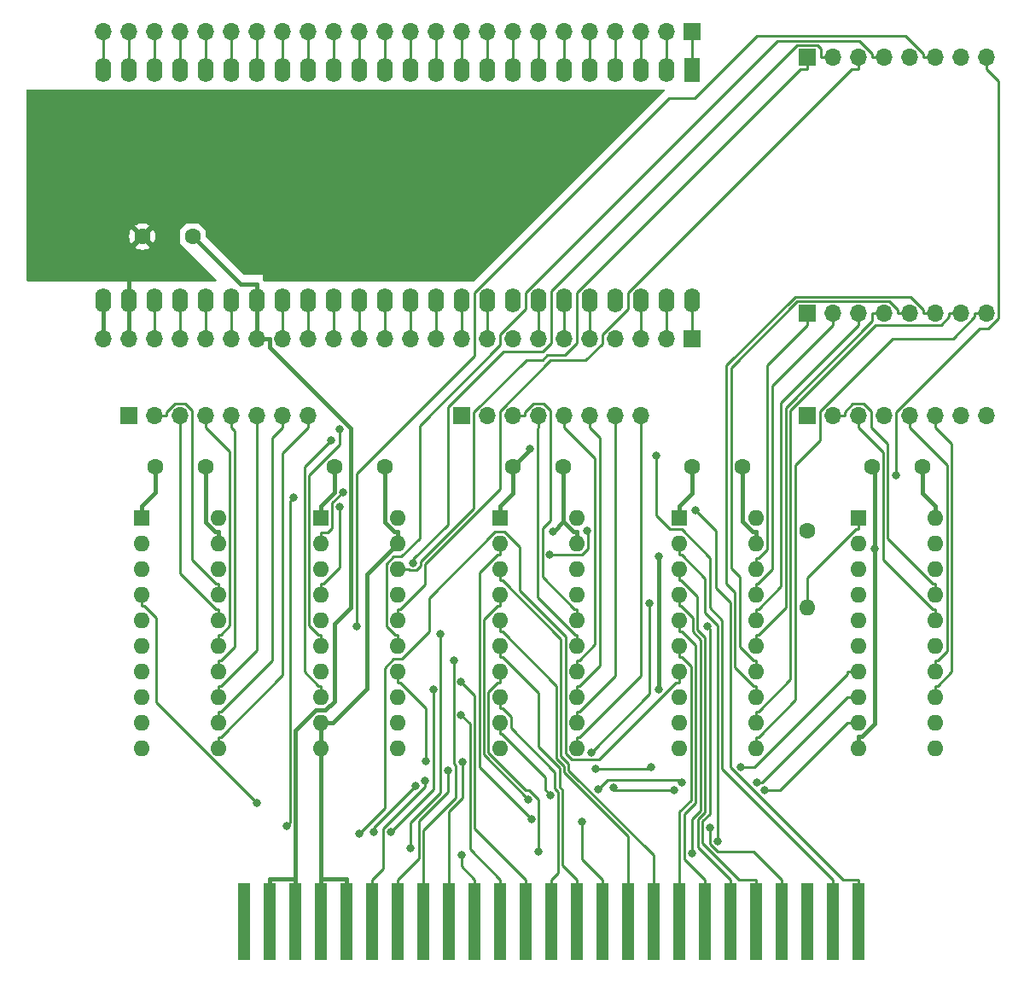
<source format=gbl>
G04 #@! TF.GenerationSoftware,KiCad,Pcbnew,(6.0.9)*
G04 #@! TF.CreationDate,2023-03-08T22:08:06+01:00*
G04 #@! TF.ProjectId,03_Cartucho_MSX_Tang_Nano_9k_Breakout,30335f43-6172-4747-9563-686f5f4d5358,rev?*
G04 #@! TF.SameCoordinates,Original*
G04 #@! TF.FileFunction,Copper,L2,Bot*
G04 #@! TF.FilePolarity,Positive*
%FSLAX46Y46*%
G04 Gerber Fmt 4.6, Leading zero omitted, Abs format (unit mm)*
G04 Created by KiCad (PCBNEW (6.0.9)) date 2023-03-08 22:08:06*
%MOMM*%
%LPD*%
G01*
G04 APERTURE LIST*
G04 #@! TA.AperFunction,ComponentPad*
%ADD10R,1.700000X1.700000*%
G04 #@! TD*
G04 #@! TA.AperFunction,ComponentPad*
%ADD11O,1.700000X1.700000*%
G04 #@! TD*
G04 #@! TA.AperFunction,ComponentPad*
%ADD12C,1.600000*%
G04 #@! TD*
G04 #@! TA.AperFunction,ComponentPad*
%ADD13R,1.600000X1.600000*%
G04 #@! TD*
G04 #@! TA.AperFunction,ComponentPad*
%ADD14O,1.600000X1.600000*%
G04 #@! TD*
G04 #@! TA.AperFunction,SMDPad,CuDef*
%ADD15R,1.270000X7.620000*%
G04 #@! TD*
G04 #@! TA.AperFunction,ComponentPad*
%ADD16R,1.600000X2.400000*%
G04 #@! TD*
G04 #@! TA.AperFunction,ComponentPad*
%ADD17O,1.600000X2.400000*%
G04 #@! TD*
G04 #@! TA.AperFunction,ViaPad*
%ADD18C,0.800000*%
G04 #@! TD*
G04 #@! TA.AperFunction,Conductor*
%ADD19C,0.400000*%
G04 #@! TD*
G04 #@! TA.AperFunction,Conductor*
%ADD20C,0.250000*%
G04 #@! TD*
G04 APERTURE END LIST*
D10*
X125730000Y-81305000D03*
D11*
X123190000Y-81305000D03*
X120650000Y-81305000D03*
X118110000Y-81305000D03*
X115570000Y-81305000D03*
X113030000Y-81305000D03*
X110490000Y-81305000D03*
X107950000Y-81305000D03*
X105410000Y-81305000D03*
X102870000Y-81305000D03*
X100330000Y-81305000D03*
X97790000Y-81305000D03*
X95250000Y-81305000D03*
X92710000Y-81305000D03*
X90170000Y-81305000D03*
X87630000Y-81305000D03*
X85090000Y-81305000D03*
X82550000Y-81305000D03*
X80010000Y-81305000D03*
X77470000Y-81305000D03*
X74930000Y-81305000D03*
X72390000Y-81305000D03*
X69850000Y-81305000D03*
X67310000Y-81305000D03*
D12*
X76200000Y-71120000D03*
X71200000Y-71120000D03*
X148590000Y-93980000D03*
X143590000Y-93980000D03*
X72470000Y-93980000D03*
X77470000Y-93980000D03*
D13*
X71120000Y-99060000D03*
D14*
X71120000Y-101600000D03*
X71120000Y-104140000D03*
X71120000Y-106680000D03*
X71120000Y-109220000D03*
X71120000Y-111760000D03*
X71120000Y-114300000D03*
X71120000Y-116840000D03*
X71120000Y-119380000D03*
X71120000Y-121920000D03*
X78740000Y-121920000D03*
X78740000Y-119380000D03*
X78740000Y-116840000D03*
X78740000Y-114300000D03*
X78740000Y-111760000D03*
X78740000Y-109220000D03*
X78740000Y-106680000D03*
X78740000Y-104140000D03*
X78740000Y-101600000D03*
X78740000Y-99060000D03*
D15*
X142240000Y-139065000D03*
X139700000Y-139065000D03*
X137160000Y-139065000D03*
X134620000Y-139065000D03*
X132080000Y-139065000D03*
X129540000Y-139065000D03*
X127000000Y-139065000D03*
X124460000Y-139065000D03*
X121920000Y-139065000D03*
X119380000Y-139065000D03*
X116840000Y-139065000D03*
X114300000Y-139065000D03*
X111760000Y-139065000D03*
X109220000Y-139065000D03*
X106680000Y-139065000D03*
X104140000Y-139065000D03*
X101600000Y-139065000D03*
X99060000Y-139065000D03*
X96520000Y-139065000D03*
X93980000Y-139065000D03*
X91440000Y-139065000D03*
X88900000Y-139065000D03*
X86360000Y-139065000D03*
X83820000Y-139065000D03*
X81280000Y-139065000D03*
D16*
X125730000Y-54610000D03*
D17*
X123190000Y-54610000D03*
X120650000Y-54610000D03*
X118110000Y-54610000D03*
X115570000Y-54610000D03*
X113030000Y-54610000D03*
X110490000Y-54610000D03*
X107950000Y-54610000D03*
X105410000Y-54610000D03*
X102870000Y-54610000D03*
X100330000Y-54610000D03*
X97790000Y-54610000D03*
X95250000Y-54610000D03*
X92710000Y-54610000D03*
X90170000Y-54610000D03*
X87630000Y-54610000D03*
X85090000Y-54610000D03*
X82550000Y-54610000D03*
X80010000Y-54610000D03*
X77470000Y-54610000D03*
X74930000Y-54610000D03*
X72390000Y-54610000D03*
X69850000Y-54610000D03*
X67310000Y-54610000D03*
X67310000Y-77470000D03*
X69850000Y-77470000D03*
X72390000Y-77470000D03*
X74930000Y-77470000D03*
X77470000Y-77470000D03*
X80010000Y-77470000D03*
X82550000Y-77470000D03*
X85090000Y-77470000D03*
X87630000Y-77470000D03*
X90170000Y-77470000D03*
X92710000Y-77470000D03*
X95250000Y-77470000D03*
X97790000Y-77470000D03*
X100330000Y-77470000D03*
X102870000Y-77470000D03*
X105410000Y-77470000D03*
X107950000Y-77470000D03*
X110490000Y-77470000D03*
X113030000Y-77470000D03*
X115570000Y-77470000D03*
X118110000Y-77470000D03*
X120650000Y-77470000D03*
X123190000Y-77470000D03*
X125730000Y-77470000D03*
D10*
X125730000Y-50800000D03*
D11*
X123190000Y-50800000D03*
X120650000Y-50800000D03*
X118110000Y-50800000D03*
X115570000Y-50800000D03*
X113030000Y-50800000D03*
X110490000Y-50800000D03*
X107950000Y-50800000D03*
X105410000Y-50800000D03*
X102870000Y-50800000D03*
X100330000Y-50800000D03*
X97790000Y-50800000D03*
X95250000Y-50800000D03*
X92710000Y-50800000D03*
X90170000Y-50800000D03*
X87630000Y-50800000D03*
X85090000Y-50800000D03*
X82550000Y-50800000D03*
X80010000Y-50800000D03*
X77470000Y-50800000D03*
X74930000Y-50800000D03*
X72390000Y-50800000D03*
X69850000Y-50800000D03*
X67310000Y-50800000D03*
D10*
X137160000Y-78740000D03*
D11*
X139700000Y-78740000D03*
X142240000Y-78740000D03*
X144780000Y-78740000D03*
X147320000Y-78740000D03*
X149860000Y-78740000D03*
X152400000Y-78740000D03*
X154940000Y-78740000D03*
D14*
X132080000Y-99060000D03*
X132080000Y-101600000D03*
X132080000Y-104140000D03*
X132080000Y-106680000D03*
X132080000Y-109220000D03*
X132080000Y-111760000D03*
X132080000Y-114300000D03*
X132080000Y-116840000D03*
X132080000Y-119380000D03*
X132080000Y-121920000D03*
X124460000Y-121920000D03*
X124460000Y-119380000D03*
X124460000Y-116840000D03*
X124460000Y-114300000D03*
X124460000Y-111760000D03*
X124460000Y-109220000D03*
X124460000Y-106680000D03*
X124460000Y-104140000D03*
X124460000Y-101600000D03*
D13*
X124460000Y-99060000D03*
D12*
X107950000Y-93980000D03*
X112950000Y-93980000D03*
X90250000Y-93980000D03*
X95250000Y-93980000D03*
X137160000Y-100330000D03*
D14*
X137160000Y-107950000D03*
D12*
X125730000Y-93980000D03*
X130730000Y-93980000D03*
D10*
X69850000Y-88900000D03*
D11*
X72390000Y-88900000D03*
X74930000Y-88900000D03*
X77470000Y-88900000D03*
X80010000Y-88900000D03*
X82550000Y-88900000D03*
X85090000Y-88900000D03*
X87630000Y-88900000D03*
D10*
X137160000Y-53340000D03*
D11*
X139700000Y-53340000D03*
X142240000Y-53340000D03*
X144780000Y-53340000D03*
X147320000Y-53340000D03*
X149860000Y-53340000D03*
X152400000Y-53340000D03*
X154940000Y-53340000D03*
D13*
X88900000Y-99060000D03*
D14*
X88900000Y-101600000D03*
X88900000Y-104140000D03*
X88900000Y-106680000D03*
X88900000Y-109220000D03*
X88900000Y-111760000D03*
X88900000Y-114300000D03*
X88900000Y-116840000D03*
X88900000Y-119380000D03*
X88900000Y-121920000D03*
X96520000Y-121920000D03*
X96520000Y-119380000D03*
X96520000Y-116840000D03*
X96520000Y-114300000D03*
X96520000Y-111760000D03*
X96520000Y-109220000D03*
X96520000Y-106680000D03*
X96520000Y-104140000D03*
X96520000Y-101600000D03*
X96520000Y-99060000D03*
D13*
X142240000Y-99060000D03*
D14*
X142240000Y-101600000D03*
X142240000Y-104140000D03*
X142240000Y-106680000D03*
X142240000Y-109220000D03*
X142240000Y-111760000D03*
X142240000Y-114300000D03*
X142240000Y-116840000D03*
X142240000Y-119380000D03*
X142240000Y-121920000D03*
X149860000Y-121920000D03*
X149860000Y-119380000D03*
X149860000Y-116840000D03*
X149860000Y-114300000D03*
X149860000Y-111760000D03*
X149860000Y-109220000D03*
X149860000Y-106680000D03*
X149860000Y-104140000D03*
X149860000Y-101600000D03*
X149860000Y-99060000D03*
D13*
X106680000Y-99060000D03*
D14*
X106680000Y-101600000D03*
X106680000Y-104140000D03*
X106680000Y-106680000D03*
X106680000Y-109220000D03*
X106680000Y-111760000D03*
X106680000Y-114300000D03*
X106680000Y-116840000D03*
X106680000Y-119380000D03*
X106680000Y-121920000D03*
X114300000Y-121920000D03*
X114300000Y-119380000D03*
X114300000Y-116840000D03*
X114300000Y-114300000D03*
X114300000Y-111760000D03*
X114300000Y-109220000D03*
X114300000Y-106680000D03*
X114300000Y-104140000D03*
X114300000Y-101600000D03*
X114300000Y-99060000D03*
D10*
X102870000Y-88900000D03*
D11*
X105410000Y-88900000D03*
X107950000Y-88900000D03*
X110490000Y-88900000D03*
X113030000Y-88900000D03*
X115570000Y-88900000D03*
X118110000Y-88900000D03*
X120650000Y-88900000D03*
D10*
X137160000Y-88900000D03*
D11*
X139700000Y-88900000D03*
X142240000Y-88900000D03*
X144780000Y-88900000D03*
X147320000Y-88900000D03*
X149860000Y-88900000D03*
X152400000Y-88900000D03*
X154940000Y-88900000D03*
D18*
X98069800Y-103508100D03*
X99311200Y-123180300D03*
X127550800Y-129796900D03*
X89911400Y-91313200D03*
X92458400Y-109822600D03*
X90785100Y-90210200D03*
X90785500Y-97956700D03*
X122151100Y-92882300D03*
X111625900Y-102725200D03*
X115362600Y-100330000D03*
X91068300Y-96476700D03*
X126076100Y-98318500D03*
X127253800Y-109800800D03*
X145975500Y-94797400D03*
X110524300Y-132196800D03*
X109799200Y-128980800D03*
X109507300Y-126975500D03*
X111697500Y-126543700D03*
X114809800Y-129194100D03*
X102841900Y-132468400D03*
X102806200Y-118601200D03*
X82526300Y-127305500D03*
X102800600Y-115325100D03*
X132910600Y-126059200D03*
X123940600Y-126059200D03*
X117905500Y-125838500D03*
X99266700Y-125154300D03*
X132133300Y-125281700D03*
X124677800Y-125281700D03*
X116453400Y-125968600D03*
X98317200Y-125619200D03*
X94120700Y-130190600D03*
X130598800Y-123749500D03*
X121659600Y-123749500D03*
X116199200Y-123913700D03*
X101495500Y-124117700D03*
X100056600Y-116102200D03*
X95821500Y-130205500D03*
X102075500Y-113174800D03*
X100793200Y-110536900D03*
X97808400Y-131848500D03*
X121512400Y-107549300D03*
X115724100Y-122310700D03*
X102943300Y-123272600D03*
X86179600Y-97054900D03*
X85539100Y-129604000D03*
X92710000Y-130421500D03*
X125764300Y-132364400D03*
X128283100Y-131115600D03*
X109626700Y-92217000D03*
X122449700Y-102870000D03*
X122443100Y-116080100D03*
X143840400Y-102101900D03*
X111932400Y-100373800D03*
D19*
X69930000Y-72390000D02*
X71200000Y-71120000D01*
X69850000Y-72390000D02*
X69930000Y-72390000D01*
X69850000Y-77470000D02*
X69850000Y-72390000D01*
D20*
X137160000Y-53340000D02*
X137160000Y-54515100D01*
X96520000Y-104140000D02*
X97645100Y-104140000D01*
X136499000Y-54515100D02*
X137160000Y-54515100D01*
X114300000Y-76714100D02*
X136499000Y-54515100D01*
X114300000Y-81714700D02*
X114300000Y-76714100D01*
X113094900Y-82919800D02*
X114300000Y-81714700D01*
X111353500Y-82919800D02*
X113094900Y-82919800D01*
X110903400Y-83369900D02*
X111353500Y-82919800D01*
X109267600Y-83369900D02*
X110903400Y-83369900D01*
X104045200Y-88592300D02*
X109267600Y-83369900D01*
X104045200Y-98157800D02*
X104045200Y-88592300D01*
X98794900Y-103408100D02*
X104045200Y-98157800D01*
X98794900Y-103808500D02*
X98794900Y-103408100D01*
X98370200Y-104233200D02*
X98794900Y-103808500D01*
X97738300Y-104233200D02*
X98370200Y-104233200D01*
X97645100Y-104140000D02*
X97738300Y-104233200D01*
X138524900Y-52509000D02*
X138524900Y-53340000D01*
X138180700Y-52164800D02*
X138524900Y-52509000D01*
X136169300Y-52164800D02*
X138180700Y-52164800D01*
X111760000Y-76574100D02*
X136169300Y-52164800D01*
X111760000Y-81697000D02*
X111760000Y-76574100D01*
X110880000Y-82577000D02*
X111760000Y-81697000D01*
X106994200Y-82577000D02*
X110880000Y-82577000D01*
X101499400Y-88071800D02*
X106994200Y-82577000D01*
X101499400Y-99711300D02*
X101499400Y-88071800D01*
X98069800Y-103140900D02*
X101499400Y-99711300D01*
X98069800Y-103508100D02*
X98069800Y-103140900D01*
X139700000Y-53340000D02*
X138524900Y-53340000D01*
X96520000Y-109220000D02*
X96520000Y-108094900D01*
X142240000Y-53340000D02*
X142240000Y-54515100D01*
X141581000Y-54515100D02*
X142240000Y-54515100D01*
X119380000Y-76716100D02*
X141581000Y-54515100D01*
X119380000Y-78315200D02*
X119380000Y-76716100D01*
X116840000Y-80855200D02*
X119380000Y-78315200D01*
X116840000Y-81750000D02*
X116840000Y-80855200D01*
X115171700Y-83418300D02*
X116840000Y-81750000D01*
X111695400Y-83418300D02*
X115171700Y-83418300D01*
X106680000Y-88433700D02*
X111695400Y-83418300D01*
X106680000Y-96159600D02*
X106680000Y-88433700D01*
X99245000Y-103594600D02*
X106680000Y-96159600D01*
X99245000Y-105637400D02*
X99245000Y-103594600D01*
X96787500Y-108094900D02*
X99245000Y-105637400D01*
X96520000Y-108094900D02*
X96787500Y-108094900D01*
X152400000Y-78740000D02*
X151224900Y-78740000D01*
X132080000Y-119380000D02*
X132080000Y-118254900D01*
X151224900Y-79107300D02*
X151224900Y-78740000D01*
X150417100Y-79915100D02*
X151224900Y-79107300D01*
X143946500Y-79915100D02*
X150417100Y-79915100D01*
X135471900Y-88389700D02*
X143946500Y-79915100D01*
X135471900Y-115096100D02*
X135471900Y-88389700D01*
X132313100Y-118254900D02*
X135471900Y-115096100D01*
X132080000Y-118254900D02*
X132313100Y-118254900D01*
X125730000Y-77470000D02*
X125730000Y-81305000D01*
X123190000Y-77470000D02*
X123190000Y-81305000D01*
X120650000Y-77470000D02*
X120650000Y-81305000D01*
X115570000Y-77470000D02*
X115570000Y-81305000D01*
X113030000Y-77470000D02*
X113030000Y-81305000D01*
X110490000Y-77470000D02*
X110490000Y-81305000D01*
X105410000Y-77470000D02*
X105410000Y-81305000D01*
X102870000Y-77470000D02*
X102870000Y-81305000D01*
X100330000Y-77470000D02*
X100330000Y-81305000D01*
X97790000Y-77470000D02*
X97790000Y-81305000D01*
X95250000Y-77470000D02*
X95250000Y-81305000D01*
X92710000Y-77470000D02*
X92710000Y-81305000D01*
X90170000Y-77470000D02*
X90170000Y-81305000D01*
X87630000Y-77470000D02*
X87630000Y-81305000D01*
X85090000Y-77470000D02*
X85090000Y-81305000D01*
X80010000Y-77470000D02*
X80010000Y-81305000D01*
X77470000Y-77470000D02*
X77470000Y-81305000D01*
X74930000Y-77470000D02*
X74930000Y-81305000D01*
X72390000Y-77470000D02*
X72390000Y-81305000D01*
X67310000Y-50800000D02*
X67310000Y-54610000D01*
X69850000Y-50800000D02*
X69850000Y-54610000D01*
X72390000Y-50800000D02*
X72390000Y-54610000D01*
X74930000Y-50800000D02*
X74930000Y-54610000D01*
X77470000Y-50800000D02*
X77470000Y-54610000D01*
X80010000Y-50800000D02*
X80010000Y-54610000D01*
X82550000Y-50800000D02*
X82550000Y-54610000D01*
X85090000Y-50800000D02*
X85090000Y-54610000D01*
X87630000Y-50800000D02*
X87630000Y-54610000D01*
X90170000Y-50800000D02*
X90170000Y-54610000D01*
X92710000Y-50800000D02*
X92710000Y-54610000D01*
X95250000Y-50800000D02*
X95250000Y-54610000D01*
X97790000Y-50800000D02*
X97790000Y-54610000D01*
X100330000Y-50800000D02*
X100330000Y-54610000D01*
X102870000Y-50800000D02*
X102870000Y-54610000D01*
X105410000Y-50800000D02*
X105410000Y-54610000D01*
X107950000Y-50800000D02*
X107950000Y-54610000D01*
X110490000Y-50800000D02*
X110490000Y-54610000D01*
X113030000Y-50800000D02*
X113030000Y-54610000D01*
X115570000Y-50800000D02*
X115570000Y-54610000D01*
X118110000Y-50800000D02*
X118110000Y-54610000D01*
X120650000Y-50800000D02*
X120650000Y-54610000D01*
X123190000Y-50800000D02*
X123190000Y-54610000D01*
X125730000Y-50800000D02*
X125730000Y-54610000D01*
X96520000Y-114300000D02*
X96520000Y-115425100D01*
X99311200Y-117968100D02*
X99311200Y-123180300D01*
X96768200Y-115425100D02*
X99311200Y-117968100D01*
X96520000Y-115425100D02*
X96768200Y-115425100D01*
X134620000Y-139065000D02*
X134620000Y-134929900D01*
X127550800Y-131408900D02*
X127550800Y-129796900D01*
X128301200Y-132159300D02*
X127550800Y-131408900D01*
X131849400Y-132159300D02*
X128301200Y-132159300D01*
X134620000Y-134929900D02*
X131849400Y-132159300D01*
X88900000Y-116840000D02*
X88900000Y-115714900D01*
X87265700Y-93958900D02*
X89911400Y-91313200D01*
X87265700Y-114316900D02*
X87265700Y-93958900D01*
X88663700Y-115714900D02*
X87265700Y-114316900D01*
X88900000Y-115714900D02*
X88663700Y-115714900D01*
X148684900Y-52974800D02*
X148684900Y-53340000D01*
X146935700Y-51225600D02*
X148684900Y-52974800D01*
X132189200Y-51225600D02*
X146935700Y-51225600D01*
X126016000Y-57398800D02*
X132189200Y-51225600D01*
X123472700Y-57398800D02*
X126016000Y-57398800D01*
X104140000Y-76731500D02*
X123472700Y-57398800D01*
X104140000Y-82979100D02*
X104140000Y-76731500D01*
X92458400Y-94660700D02*
X104140000Y-82979100D01*
X92458400Y-109822600D02*
X92458400Y-94660700D01*
X149860000Y-53340000D02*
X148684900Y-53340000D01*
X88900000Y-111760000D02*
X88900000Y-110634900D01*
X90785100Y-91787200D02*
X90785100Y-90210200D01*
X87723000Y-94849300D02*
X90785100Y-91787200D01*
X87723000Y-109739200D02*
X87723000Y-94849300D01*
X88618700Y-110634900D02*
X87723000Y-109739200D01*
X88900000Y-110634900D02*
X88618700Y-110634900D01*
X90785500Y-103950700D02*
X90785500Y-97956700D01*
X89181300Y-105554900D02*
X90785500Y-103950700D01*
X88900000Y-105554900D02*
X89181300Y-105554900D01*
X128739300Y-123969200D02*
X139700000Y-134929900D01*
X128739300Y-109219800D02*
X128739300Y-123969200D01*
X127490400Y-107970900D02*
X128739300Y-109219800D01*
X127490400Y-102996500D02*
X127490400Y-107970900D01*
X124679100Y-100185200D02*
X127490400Y-102996500D01*
X123513900Y-100185200D02*
X124679100Y-100185200D01*
X122151100Y-98822400D02*
X123513900Y-100185200D01*
X122151100Y-92882300D02*
X122151100Y-98822400D01*
X139700000Y-139065000D02*
X139700000Y-134929900D01*
X88900000Y-106680000D02*
X88900000Y-105554900D01*
X111625900Y-102725100D02*
X111625900Y-102725200D01*
X114787500Y-102725100D02*
X111625900Y-102725100D01*
X115431400Y-102081200D02*
X114787500Y-102725100D01*
X115431400Y-100398800D02*
X115431400Y-102081200D01*
X115362600Y-100330000D02*
X115431400Y-100398800D01*
X90025100Y-97519900D02*
X91068300Y-96476700D01*
X90025100Y-100053000D02*
X90025100Y-97519900D01*
X89603200Y-100474900D02*
X90025100Y-100053000D01*
X88900000Y-100474900D02*
X89603200Y-100474900D01*
X142240000Y-139065000D02*
X142240000Y-134929900D01*
X88900000Y-101600000D02*
X88900000Y-100474900D01*
X128099500Y-100341900D02*
X126076100Y-98318500D01*
X128099500Y-106033700D02*
X128099500Y-100341900D01*
X129514000Y-107448200D02*
X128099500Y-106033700D01*
X129514000Y-123762500D02*
X129514000Y-107448200D01*
X140681400Y-134929900D02*
X129514000Y-123762500D01*
X142240000Y-134929900D02*
X140681400Y-134929900D01*
X133205100Y-83870000D02*
X137160000Y-79915100D01*
X133205100Y-102171200D02*
X133205100Y-83870000D01*
X132361400Y-103014900D02*
X133205100Y-102171200D01*
X132080000Y-103014900D02*
X132361400Y-103014900D01*
X132080000Y-104140000D02*
X132080000Y-103014900D01*
X137160000Y-78740000D02*
X137160000Y-79915100D01*
X132080000Y-106680000D02*
X132080000Y-105554900D01*
X139700000Y-78740000D02*
X139700000Y-79915100D01*
X133671500Y-85943600D02*
X139700000Y-79915100D01*
X133671500Y-104139800D02*
X133671500Y-85943600D01*
X132256400Y-105554900D02*
X133671500Y-104139800D01*
X132080000Y-105554900D02*
X132256400Y-105554900D01*
X142240000Y-78740000D02*
X142240000Y-79915100D01*
X132080000Y-109220000D02*
X132080000Y-108094900D01*
X134571700Y-87583400D02*
X142240000Y-79915100D01*
X134571700Y-105836300D02*
X134571700Y-87583400D01*
X132313100Y-108094900D02*
X134571700Y-105836300D01*
X132080000Y-108094900D02*
X132313100Y-108094900D01*
X144780000Y-78740000D02*
X143604900Y-78740000D01*
X132080000Y-111760000D02*
X132080000Y-110634900D01*
X143604900Y-79523100D02*
X143604900Y-78740000D01*
X135021800Y-88106200D02*
X143604900Y-79523100D01*
X135021800Y-107926200D02*
X135021800Y-88106200D01*
X132313100Y-110634900D02*
X135021800Y-107926200D01*
X132080000Y-110634900D02*
X132313100Y-110634900D01*
X132080000Y-114300000D02*
X132080000Y-113174900D01*
X147320000Y-78740000D02*
X146144900Y-78740000D01*
X146144900Y-78374800D02*
X146144900Y-78740000D01*
X145330600Y-77560500D02*
X146144900Y-78374800D01*
X136170600Y-77560500D02*
X145330600Y-77560500D01*
X129587700Y-84143400D02*
X136170600Y-77560500D01*
X129587700Y-104054600D02*
X129587700Y-84143400D01*
X130446900Y-104913800D02*
X129587700Y-104054600D01*
X130446900Y-111823100D02*
X130446900Y-104913800D01*
X131798700Y-113174900D02*
X130446900Y-111823100D01*
X132080000Y-113174900D02*
X131798700Y-113174900D01*
X148684900Y-78374800D02*
X148684900Y-78740000D01*
X147395400Y-77085300D02*
X148684900Y-78374800D01*
X135987100Y-77085300D02*
X147395400Y-77085300D01*
X129137500Y-83934900D02*
X135987100Y-77085300D01*
X129137500Y-105563300D02*
X129137500Y-83934900D01*
X129996700Y-106422500D02*
X129137500Y-105563300D01*
X129996700Y-113912900D02*
X129996700Y-106422500D01*
X131798700Y-115714900D02*
X129996700Y-113912900D01*
X132080000Y-115714900D02*
X131798700Y-115714900D01*
X132080000Y-116840000D02*
X132080000Y-115714900D01*
X149860000Y-78740000D02*
X148684900Y-78740000D01*
X96520000Y-111760000D02*
X96520000Y-110634900D01*
X144780000Y-53340000D02*
X143604900Y-53340000D01*
X96238700Y-110634900D02*
X96520000Y-110634900D01*
X95384900Y-109781100D02*
X96238700Y-110634900D01*
X95384900Y-103633600D02*
X95384900Y-109781100D01*
X96120000Y-102898500D02*
X95384900Y-103633600D01*
X96869500Y-102898500D02*
X96120000Y-102898500D01*
X98704900Y-101063100D02*
X96869500Y-102898500D01*
X98704900Y-89882600D02*
X98704900Y-101063100D01*
X106680000Y-81907500D02*
X98704900Y-89882600D01*
X106680000Y-80855200D02*
X106680000Y-81907500D01*
X109220000Y-78315200D02*
X106680000Y-80855200D01*
X109220000Y-76715800D02*
X109220000Y-78315200D01*
X134233100Y-51702700D02*
X109220000Y-76715800D01*
X142332800Y-51702700D02*
X134233100Y-51702700D01*
X143604900Y-52974800D02*
X142332800Y-51702700D01*
X143604900Y-53340000D02*
X143604900Y-52974800D01*
X154940000Y-78740000D02*
X153764900Y-78740000D01*
X132080000Y-121920000D02*
X132080000Y-120794900D01*
X132313100Y-120794900D02*
X132080000Y-120794900D01*
X136016000Y-117092000D02*
X132313100Y-120794900D01*
X136016000Y-93794900D02*
X136016000Y-117092000D01*
X138428100Y-91382800D02*
X136016000Y-93794900D01*
X138428100Y-88468800D02*
X138428100Y-91382800D01*
X145631600Y-81265300D02*
X138428100Y-88468800D01*
X151606900Y-81265300D02*
X145631600Y-81265300D01*
X153764900Y-79107300D02*
X151606900Y-81265300D01*
X153764900Y-78740000D02*
X153764900Y-79107300D01*
X130403700Y-134929900D02*
X132080000Y-134929900D01*
X126789000Y-131315200D02*
X130403700Y-134929900D01*
X126789000Y-129151900D02*
X126789000Y-131315200D01*
X127477900Y-128463000D02*
X126789000Y-129151900D01*
X127477900Y-110024900D02*
X127477900Y-128463000D01*
X127253800Y-109800800D02*
X127477900Y-110024900D01*
X132080000Y-139065000D02*
X132080000Y-134929900D01*
X139700000Y-88900000D02*
X140875100Y-88900000D01*
X149860000Y-106680000D02*
X149860000Y-105554900D01*
X149626800Y-105554900D02*
X149860000Y-105554900D01*
X145165600Y-101093700D02*
X149626800Y-105554900D01*
X145165600Y-91730800D02*
X145165600Y-101093700D01*
X143510000Y-90075200D02*
X145165600Y-91730800D01*
X143510000Y-88489700D02*
X143510000Y-90075200D01*
X142735100Y-87714800D02*
X143510000Y-88489700D01*
X141693100Y-87714800D02*
X142735100Y-87714800D01*
X140875100Y-88532800D02*
X141693100Y-87714800D01*
X140875100Y-88900000D02*
X140875100Y-88532800D01*
X142240000Y-88900000D02*
X142240000Y-90075100D01*
X149860000Y-109220000D02*
X149860000Y-108094900D01*
X149626800Y-108094900D02*
X149860000Y-108094900D01*
X144715500Y-103183600D02*
X149626800Y-108094900D01*
X144715500Y-92550600D02*
X144715500Y-103183600D01*
X142240000Y-90075100D02*
X144715500Y-92550600D01*
X147320000Y-88900000D02*
X147320000Y-90075100D01*
X149860000Y-114300000D02*
X149860000Y-113174900D01*
X150093100Y-113174900D02*
X149860000Y-113174900D01*
X151032600Y-112235400D02*
X150093100Y-113174900D01*
X151032600Y-93787700D02*
X151032600Y-112235400D01*
X147320000Y-90075100D02*
X151032600Y-93787700D01*
X150093100Y-115714900D02*
X149860000Y-115714900D01*
X151486200Y-114321800D02*
X150093100Y-115714900D01*
X151486200Y-91701300D02*
X151486200Y-114321800D01*
X149860000Y-90075100D02*
X151486200Y-91701300D01*
X149860000Y-88900000D02*
X149860000Y-90075100D01*
X149860000Y-116840000D02*
X149860000Y-115714900D01*
X107950000Y-88900000D02*
X109125100Y-88900000D01*
X114300000Y-109220000D02*
X114300000Y-108094900D01*
X114066800Y-108094900D02*
X114300000Y-108094900D01*
X110884300Y-104912400D02*
X114066800Y-108094900D01*
X110884300Y-100089200D02*
X110884300Y-104912400D01*
X111670600Y-99302900D02*
X110884300Y-100089200D01*
X111670600Y-88371900D02*
X111670600Y-99302900D01*
X111002600Y-87703900D02*
X111670600Y-88371900D01*
X109954000Y-87703900D02*
X111002600Y-87703900D01*
X109125100Y-88532800D02*
X109954000Y-87703900D01*
X109125100Y-88900000D02*
X109125100Y-88532800D01*
X110490000Y-88900000D02*
X110490000Y-90075100D01*
X114300000Y-111760000D02*
X114300000Y-110634900D01*
X114100700Y-110634900D02*
X114300000Y-110634900D01*
X110434200Y-106968400D02*
X114100700Y-110634900D01*
X110434200Y-90130900D02*
X110434200Y-106968400D01*
X110490000Y-90075100D02*
X110434200Y-90130900D01*
X113030000Y-88900000D02*
X113030000Y-90075100D01*
X114300000Y-114300000D02*
X114300000Y-113174900D01*
X114533100Y-113174900D02*
X114300000Y-113174900D01*
X116087900Y-111620100D02*
X114533100Y-113174900D01*
X116087900Y-93133000D02*
X116087900Y-111620100D01*
X113030000Y-90075100D02*
X116087900Y-93133000D01*
X114533100Y-115714900D02*
X114300000Y-115714900D01*
X116554400Y-113693600D02*
X114533100Y-115714900D01*
X116554400Y-91059500D02*
X116554400Y-113693600D01*
X115570000Y-90075100D02*
X116554400Y-91059500D01*
X115570000Y-88900000D02*
X115570000Y-90075100D01*
X114300000Y-116840000D02*
X114300000Y-115714900D01*
X114533100Y-118254900D02*
X114300000Y-118254900D01*
X118110000Y-114678000D02*
X114533100Y-118254900D01*
X118110000Y-88900000D02*
X118110000Y-114678000D01*
X114300000Y-119380000D02*
X114300000Y-118254900D01*
X114300000Y-121920000D02*
X114300000Y-120794900D01*
X120650000Y-88900000D02*
X120650000Y-90075100D01*
X114533100Y-120794900D02*
X114300000Y-120794900D01*
X120650000Y-114678000D02*
X114533100Y-120794900D01*
X120650000Y-90075100D02*
X120650000Y-114678000D01*
X142240000Y-99060000D02*
X142240000Y-100185100D01*
X137160000Y-107950000D02*
X137160000Y-106824900D01*
X137160000Y-104983800D02*
X137160000Y-106824900D01*
X141958700Y-100185100D02*
X137160000Y-104983800D01*
X142240000Y-100185100D02*
X141958700Y-100185100D01*
X156119400Y-55694500D02*
X154940000Y-54515100D01*
X156119400Y-79239400D02*
X156119400Y-55694500D01*
X155122500Y-80236300D02*
X156119400Y-79239400D01*
X154299000Y-80236300D02*
X155122500Y-80236300D01*
X145975500Y-88559800D02*
X154299000Y-80236300D01*
X145975500Y-94797400D02*
X145975500Y-88559800D01*
X154940000Y-53340000D02*
X154940000Y-54515100D01*
X110524300Y-126953600D02*
X110524300Y-132196800D01*
X109595500Y-126024800D02*
X110524300Y-126953600D01*
X109193300Y-126024800D02*
X109595500Y-126024800D01*
X105528500Y-122360000D02*
X109193300Y-126024800D01*
X105528500Y-116295300D02*
X105528500Y-122360000D01*
X106398700Y-115425100D02*
X105528500Y-116295300D01*
X106680000Y-115425100D02*
X106398700Y-115425100D01*
X106680000Y-114300000D02*
X106680000Y-115425100D01*
X106680000Y-116840000D02*
X106680000Y-117965100D01*
X111760000Y-139065000D02*
X111760000Y-134929900D01*
X106961400Y-117965100D02*
X106680000Y-117965100D01*
X107805100Y-118808800D02*
X106961400Y-117965100D01*
X107805100Y-119921200D02*
X107805100Y-118808800D01*
X112129400Y-124245500D02*
X107805100Y-119921200D01*
X112129400Y-125915800D02*
X112129400Y-124245500D01*
X112422600Y-126209000D02*
X112129400Y-125915800D01*
X112422600Y-134267300D02*
X112422600Y-126209000D01*
X111760000Y-134929900D02*
X112422600Y-134267300D01*
X106680000Y-101600000D02*
X106680000Y-102725100D01*
X106398700Y-102725100D02*
X106680000Y-102725100D01*
X104628100Y-104495700D02*
X106398700Y-102725100D01*
X104628100Y-123809700D02*
X104628100Y-104495700D01*
X109799200Y-128980800D02*
X104628100Y-123809700D01*
X106680000Y-111760000D02*
X106680000Y-112885100D01*
X114300000Y-139065000D02*
X114300000Y-134929900D01*
X106961300Y-112885100D02*
X106680000Y-112885100D01*
X110494600Y-116418400D02*
X106961300Y-112885100D01*
X110494600Y-121760300D02*
X110494600Y-116418400D01*
X112598000Y-123863700D02*
X110494600Y-121760300D01*
X112598000Y-125747800D02*
X112598000Y-123863700D01*
X112872700Y-126022500D02*
X112598000Y-125747800D01*
X112872700Y-133502600D02*
X112872700Y-126022500D01*
X114300000Y-134929900D02*
X112872700Y-133502600D01*
X106680000Y-106680000D02*
X106680000Y-107805100D01*
X105078300Y-122546500D02*
X109507300Y-126975500D01*
X105078300Y-109125500D02*
X105078300Y-122546500D01*
X106398700Y-107805100D02*
X105078300Y-109125500D01*
X106680000Y-107805100D02*
X106398700Y-107805100D01*
X106680000Y-109220000D02*
X106680000Y-110345100D01*
X119380000Y-139065000D02*
X119380000Y-134929900D01*
X119380000Y-130603500D02*
X119380000Y-134929900D01*
X113048100Y-124271600D02*
X119380000Y-130603500D01*
X113048100Y-123677200D02*
X113048100Y-124271600D01*
X112270200Y-122899300D02*
X113048100Y-123677200D01*
X112270200Y-115702200D02*
X112270200Y-122899300D01*
X106913100Y-110345100D02*
X112270200Y-115702200D01*
X106680000Y-110345100D02*
X106913100Y-110345100D01*
X111167600Y-126013800D02*
X111697500Y-126543700D01*
X111167600Y-124780300D02*
X111167600Y-126013800D01*
X106892400Y-120505100D02*
X111167600Y-124780300D01*
X106680000Y-120505100D02*
X106892400Y-120505100D01*
X106680000Y-119380000D02*
X106680000Y-120505100D01*
X106680000Y-104140000D02*
X106680000Y-105265100D01*
X121920000Y-132506900D02*
X121920000Y-139065000D01*
X113498200Y-124085100D02*
X121920000Y-132506900D01*
X113498200Y-123426100D02*
X113498200Y-124085100D01*
X112720400Y-122648300D02*
X113498200Y-123426100D01*
X112720400Y-111079600D02*
X112720400Y-122648300D01*
X106905900Y-105265100D02*
X112720400Y-111079600D01*
X106680000Y-105265100D02*
X106905900Y-105265100D01*
X114809800Y-132899700D02*
X114809800Y-129194100D01*
X116840000Y-134929900D02*
X114809800Y-132899700D01*
X116840000Y-139065000D02*
X116840000Y-134929900D01*
X104140000Y-139065000D02*
X104140000Y-134929900D01*
X102841900Y-133631800D02*
X102841900Y-132468400D01*
X104140000Y-134929900D02*
X102841900Y-133631800D01*
X106680000Y-139065000D02*
X106680000Y-134929900D01*
X103698000Y-131947900D02*
X106680000Y-134929900D01*
X103698000Y-119493000D02*
X103698000Y-131947900D01*
X102806200Y-118601200D02*
X103698000Y-119493000D01*
X71120000Y-106680000D02*
X71120000Y-107805100D01*
X72534800Y-117314000D02*
X82526300Y-127305500D01*
X72534800Y-108986800D02*
X72534800Y-117314000D01*
X71353100Y-107805100D02*
X72534800Y-108986800D01*
X71120000Y-107805100D02*
X71353100Y-107805100D01*
X109220000Y-139065000D02*
X109220000Y-134929900D01*
X104177900Y-116702400D02*
X102800600Y-115325100D01*
X104177900Y-129887800D02*
X104177900Y-116702400D01*
X109220000Y-134929900D02*
X104177900Y-129887800D01*
X142240000Y-119380000D02*
X141114900Y-119380000D01*
X93980000Y-139065000D02*
X93980000Y-134929900D01*
X118126200Y-126059200D02*
X117905500Y-125838500D01*
X123940600Y-126059200D02*
X118126200Y-126059200D01*
X134435700Y-126059200D02*
X132910600Y-126059200D01*
X141114900Y-119380000D02*
X134435700Y-126059200D01*
X95096400Y-133813500D02*
X93980000Y-134929900D01*
X95096400Y-129905200D02*
X95096400Y-133813500D01*
X99266700Y-125734900D02*
X95096400Y-129905200D01*
X99266700Y-125154300D02*
X99266700Y-125734900D01*
X142240000Y-116840000D02*
X141114900Y-116840000D01*
X124483900Y-125087800D02*
X124677800Y-125281700D01*
X117334200Y-125087800D02*
X124483900Y-125087800D01*
X116453400Y-125968600D02*
X117334200Y-125087800D01*
X132673200Y-125281700D02*
X132133300Y-125281700D01*
X141114900Y-116840000D02*
X132673200Y-125281700D01*
X94120700Y-129815700D02*
X98317200Y-125619200D01*
X94120700Y-130190600D02*
X94120700Y-129815700D01*
X98609800Y-132840100D02*
X96520000Y-134929900D01*
X98609800Y-129153800D02*
X98609800Y-132840100D01*
X101495500Y-126268100D02*
X98609800Y-129153800D01*
X101495500Y-124117700D02*
X101495500Y-126268100D01*
X96520000Y-139065000D02*
X96520000Y-134929900D01*
X142240000Y-114300000D02*
X141114900Y-114300000D01*
X131946700Y-123749500D02*
X130598800Y-123749500D01*
X141114900Y-114581300D02*
X131946700Y-123749500D01*
X141114900Y-114300000D02*
X141114900Y-114581300D01*
X121495400Y-123913700D02*
X121659600Y-123749500D01*
X116199200Y-123913700D02*
X121495400Y-123913700D01*
X100056600Y-125970400D02*
X95821500Y-130205500D01*
X100056600Y-116102200D02*
X100056600Y-125970400D01*
X99060000Y-139065000D02*
X99060000Y-134929900D01*
X102075500Y-123430500D02*
X102075500Y-113174800D01*
X102250700Y-123605700D02*
X102075500Y-123430500D01*
X102250700Y-126862800D02*
X102250700Y-123605700D01*
X99060000Y-130053500D02*
X102250700Y-126862800D01*
X99060000Y-134929900D02*
X99060000Y-130053500D01*
X97808400Y-129318500D02*
X97808400Y-131848500D01*
X100770400Y-126356500D02*
X97808400Y-129318500D01*
X100770400Y-123817400D02*
X100770400Y-126356500D01*
X100793200Y-123794600D02*
X100770400Y-123817400D01*
X100793200Y-110536900D02*
X100793200Y-123794600D01*
X101600000Y-139065000D02*
X101600000Y-134929900D01*
X121512400Y-116522400D02*
X115724100Y-122310700D01*
X121512400Y-107549300D02*
X121512400Y-116522400D01*
X102943300Y-126806800D02*
X102943300Y-123272600D01*
X101600000Y-128150100D02*
X102943300Y-126806800D01*
X101600000Y-134929900D02*
X101600000Y-128150100D01*
X85834800Y-129308300D02*
X85539100Y-129604000D01*
X85834800Y-97399700D02*
X85834800Y-129308300D01*
X86179600Y-97054900D02*
X85834800Y-97399700D01*
X124460000Y-114300000D02*
X124460000Y-115425100D01*
X95249200Y-127882300D02*
X92710000Y-130421500D01*
X95249200Y-113915400D02*
X95249200Y-127882300D01*
X96134600Y-113030000D02*
X95249200Y-113915400D01*
X96909600Y-113030000D02*
X96134600Y-113030000D01*
X99645300Y-110294300D02*
X96909600Y-113030000D01*
X99645300Y-107005100D02*
X99645300Y-110294300D01*
X106202100Y-100448300D02*
X99645300Y-107005100D01*
X107130600Y-100448300D02*
X106202100Y-100448300D01*
X108608600Y-101926300D02*
X107130600Y-100448300D01*
X108608600Y-106280500D02*
X108608600Y-101926300D01*
X113174800Y-110846700D02*
X108608600Y-106280500D01*
X113174800Y-122386900D02*
X113174800Y-110846700D01*
X113834200Y-123046300D02*
X113174800Y-122386900D01*
X116508800Y-123046300D02*
X113834200Y-123046300D01*
X124130000Y-115425100D02*
X116508800Y-123046300D01*
X124460000Y-115425100D02*
X124130000Y-115425100D01*
X124460000Y-111760000D02*
X124460000Y-112885100D01*
X124460000Y-139065000D02*
X124460000Y-134929900D01*
X124460000Y-128211300D02*
X124460000Y-134929900D01*
X125609400Y-127061900D02*
X124460000Y-128211300D01*
X125609400Y-113753100D02*
X125609400Y-127061900D01*
X124741400Y-112885100D02*
X125609400Y-113753100D01*
X124460000Y-112885100D02*
X124741400Y-112885100D01*
X124460000Y-109220000D02*
X124460000Y-110345100D01*
X127000000Y-139065000D02*
X127000000Y-134929900D01*
X125015300Y-132945200D02*
X127000000Y-134929900D01*
X125015300Y-128428900D02*
X125015300Y-132945200D01*
X126072700Y-127371500D02*
X125015300Y-128428900D01*
X126072700Y-111710300D02*
X126072700Y-127371500D01*
X124707500Y-110345100D02*
X126072700Y-111710300D01*
X124460000Y-110345100D02*
X124707500Y-110345100D01*
X124460000Y-106680000D02*
X124460000Y-107805100D01*
X125764300Y-128903300D02*
X125764300Y-132364400D01*
X126573500Y-128094100D02*
X125764300Y-128903300D01*
X126573500Y-111128700D02*
X126573500Y-128094100D01*
X125784000Y-110339200D02*
X126573500Y-111128700D01*
X125784000Y-108933200D02*
X125784000Y-110339200D01*
X124655900Y-107805100D02*
X125784000Y-108933200D01*
X124460000Y-107805100D02*
X124655900Y-107805100D01*
X124460000Y-104140000D02*
X124460000Y-105265100D01*
X129540000Y-139065000D02*
X129540000Y-134929900D01*
X126338800Y-131728700D02*
X129540000Y-134929900D01*
X126338800Y-128965400D02*
X126338800Y-131728700D01*
X127027700Y-128276500D02*
X126338800Y-128965400D01*
X127027700Y-110946200D02*
X127027700Y-128276500D01*
X126234100Y-110152600D02*
X127027700Y-110946200D01*
X126234100Y-106860200D02*
X126234100Y-110152600D01*
X124639000Y-105265100D02*
X126234100Y-106860200D01*
X124460000Y-105265100D02*
X124639000Y-105265100D01*
X124460000Y-101600000D02*
X124460000Y-102725100D01*
X128283100Y-109718300D02*
X128283100Y-131115600D01*
X127040300Y-108475500D02*
X128283100Y-109718300D01*
X127040300Y-105072500D02*
X127040300Y-108475500D01*
X124692900Y-102725100D02*
X127040300Y-105072500D01*
X124460000Y-102725100D02*
X124692900Y-102725100D01*
D19*
X80949900Y-75869900D02*
X76200000Y-71120000D01*
X82550000Y-75869900D02*
X80949900Y-75869900D01*
X82550000Y-77470000D02*
X82550000Y-75869900D01*
X82550000Y-77470000D02*
X82550000Y-81305000D01*
X82550000Y-81305000D02*
X83800100Y-81305000D01*
X83820000Y-134854900D02*
X86360000Y-134854900D01*
X83820000Y-139065000D02*
X83820000Y-134854900D01*
X86360000Y-139065000D02*
X86360000Y-134854900D01*
X83800100Y-82093800D02*
X83800100Y-81305000D01*
X91880200Y-90173900D02*
X83800100Y-82093800D01*
X91880200Y-107937100D02*
X91880200Y-90173900D01*
X90224500Y-109592800D02*
X91880200Y-107937100D01*
X90224500Y-117218800D02*
X90224500Y-109592800D01*
X89333300Y-118110000D02*
X90224500Y-117218800D01*
X88414400Y-118110000D02*
X89333300Y-118110000D01*
X86360000Y-120164400D02*
X88414400Y-118110000D01*
X86360000Y-134854900D02*
X86360000Y-120164400D01*
D20*
X78506800Y-105554900D02*
X78740000Y-105554900D01*
X76114700Y-103162800D02*
X78506800Y-105554900D01*
X76114700Y-88398000D02*
X76114700Y-103162800D01*
X75404700Y-87688000D02*
X76114700Y-88398000D01*
X74409900Y-87688000D02*
X75404700Y-87688000D01*
X73565100Y-88532800D02*
X74409900Y-87688000D01*
X73565100Y-88900000D02*
X73565100Y-88532800D01*
X72390000Y-88900000D02*
X73565100Y-88900000D01*
X78740000Y-106680000D02*
X78740000Y-105554900D01*
X78506800Y-108094900D02*
X78740000Y-108094900D01*
X74930000Y-104518100D02*
X78506800Y-108094900D01*
X74930000Y-88900000D02*
X74930000Y-104518100D01*
X78740000Y-109220000D02*
X78740000Y-108094900D01*
X77470000Y-88900000D02*
X77470000Y-90075100D01*
X78740000Y-111760000D02*
X78740000Y-110634900D01*
X78973100Y-110634900D02*
X78740000Y-110634900D01*
X79868700Y-109739300D02*
X78973100Y-110634900D01*
X79868700Y-92473800D02*
X79868700Y-109739300D01*
X77470000Y-90075100D02*
X79868700Y-92473800D01*
X78973100Y-113174900D02*
X78740000Y-113174900D01*
X80347200Y-111800800D02*
X78973100Y-113174900D01*
X80347200Y-90412300D02*
X80347200Y-111800800D01*
X80010000Y-90075100D02*
X80347200Y-90412300D01*
X80010000Y-88900000D02*
X80010000Y-90075100D01*
X78740000Y-114300000D02*
X78740000Y-113174900D01*
X78740000Y-116840000D02*
X78740000Y-115714900D01*
X78973100Y-115714900D02*
X78740000Y-115714900D01*
X82550000Y-112138000D02*
X78973100Y-115714900D01*
X82550000Y-88900000D02*
X82550000Y-112138000D01*
X85090000Y-88900000D02*
X85090000Y-90075100D01*
X78740000Y-119380000D02*
X78740000Y-118254900D01*
X78973100Y-118254900D02*
X78740000Y-118254900D01*
X84065000Y-113163000D02*
X78973100Y-118254900D01*
X84065000Y-91100100D02*
X84065000Y-113163000D01*
X85090000Y-90075100D02*
X84065000Y-91100100D01*
X78973100Y-120794900D02*
X78740000Y-120794900D01*
X85093500Y-114674500D02*
X78973100Y-120794900D01*
X85093500Y-92611600D02*
X85093500Y-114674500D01*
X87630000Y-90075100D02*
X85093500Y-92611600D01*
X87630000Y-88900000D02*
X87630000Y-90075100D01*
X78740000Y-121920000D02*
X78740000Y-120794900D01*
D19*
X67310000Y-77470000D02*
X67310000Y-81305000D01*
X71120000Y-99060000D02*
X71120000Y-97859900D01*
X72470000Y-96509900D02*
X72470000Y-93980000D01*
X71120000Y-97859900D02*
X72470000Y-96509900D01*
X125730000Y-96589900D02*
X125730000Y-93980000D01*
X124460000Y-97859900D02*
X125730000Y-96589900D01*
X124460000Y-99060000D02*
X124460000Y-97859900D01*
X88900000Y-99060000D02*
X88900000Y-97859900D01*
X148590000Y-96589900D02*
X148590000Y-93980000D01*
X149860000Y-97859900D02*
X148590000Y-96589900D01*
X149860000Y-99060000D02*
X149860000Y-97859900D01*
X90250000Y-96509900D02*
X90250000Y-93980000D01*
X88900000Y-97859900D02*
X90250000Y-96509900D01*
X106680000Y-99060000D02*
X106680000Y-97859900D01*
X109626700Y-92303300D02*
X107950000Y-93980000D01*
X109626700Y-92217000D02*
X109626700Y-92303300D01*
X107950000Y-96589900D02*
X106680000Y-97859900D01*
X107950000Y-93980000D02*
X107950000Y-96589900D01*
X69850000Y-77470000D02*
X69850000Y-81305000D01*
X93518100Y-115962000D02*
X90100100Y-119380000D01*
X93518100Y-104601900D02*
X93518100Y-115962000D01*
X96520000Y-101600000D02*
X93518100Y-104601900D01*
X88900000Y-119380000D02*
X90100100Y-119380000D01*
X96147000Y-100399900D02*
X96520000Y-100399900D01*
X95250000Y-99502900D02*
X96147000Y-100399900D01*
X95250000Y-93980000D02*
X95250000Y-99502900D01*
X96520000Y-101600000D02*
X96520000Y-100399900D01*
X122449700Y-116073500D02*
X122449700Y-102870000D01*
X122443100Y-116080100D02*
X122449700Y-116073500D01*
X78367000Y-100399900D02*
X78740000Y-100399900D01*
X77470000Y-99502900D02*
X78367000Y-100399900D01*
X77470000Y-93980000D02*
X77470000Y-99502900D01*
X78740000Y-101600000D02*
X78740000Y-100399900D01*
X143840400Y-94230400D02*
X143840400Y-102101900D01*
X143590000Y-93980000D02*
X143840400Y-94230400D01*
X142613000Y-120719900D02*
X142240000Y-120719900D01*
X143840400Y-119492500D02*
X142613000Y-120719900D01*
X143840400Y-102101900D02*
X143840400Y-119492500D01*
X142240000Y-121920000D02*
X142240000Y-120719900D01*
X114300000Y-101600000D02*
X114300000Y-100399900D01*
X111999100Y-100373800D02*
X111932400Y-100373800D01*
X112950000Y-99422900D02*
X111999100Y-100373800D01*
X112950000Y-93980000D02*
X112950000Y-99422900D01*
X113927000Y-100399900D02*
X114300000Y-100399900D01*
X112950000Y-99422900D02*
X113927000Y-100399900D01*
X130730000Y-99424900D02*
X130730000Y-93980000D01*
X131705000Y-100399900D02*
X130730000Y-99424900D01*
X132080000Y-100399900D02*
X131705000Y-100399900D01*
X132080000Y-101600000D02*
X132080000Y-100399900D01*
X91440000Y-134854900D02*
X88900000Y-134854900D01*
X91440000Y-139065000D02*
X91440000Y-134854900D01*
X88900000Y-139065000D02*
X88900000Y-134854900D01*
X88900000Y-119380000D02*
X88900000Y-121920000D01*
X88900000Y-121920000D02*
X88900000Y-134854900D01*
G04 #@! TA.AperFunction,Conductor*
G36*
X122953931Y-56535002D02*
G01*
X123000424Y-56588658D01*
X123010528Y-56658932D01*
X122981034Y-56723512D01*
X122974905Y-56730095D01*
X104176905Y-75528095D01*
X104114593Y-75562121D01*
X104087810Y-75565000D01*
X83311000Y-75565000D01*
X83242879Y-75544998D01*
X83196386Y-75491342D01*
X83185000Y-75439000D01*
X83185000Y-74930000D01*
X81332190Y-74930000D01*
X81264069Y-74909998D01*
X81243095Y-74893095D01*
X77506905Y-71156905D01*
X77472879Y-71094593D01*
X77470000Y-71067810D01*
X77470000Y-70485000D01*
X76835000Y-69850000D01*
X75565000Y-69850000D01*
X74930000Y-70485000D01*
X74930000Y-71755000D01*
X78524905Y-75349905D01*
X78558931Y-75412217D01*
X78553866Y-75483032D01*
X78511319Y-75539868D01*
X78444799Y-75564679D01*
X78435810Y-75565000D01*
X59816000Y-75565000D01*
X59747879Y-75544998D01*
X59701386Y-75491342D01*
X59690000Y-75439000D01*
X59690000Y-72206062D01*
X70478493Y-72206062D01*
X70487789Y-72218077D01*
X70538994Y-72253931D01*
X70548489Y-72259414D01*
X70745947Y-72351490D01*
X70756239Y-72355236D01*
X70966688Y-72411625D01*
X70977481Y-72413528D01*
X71194525Y-72432517D01*
X71205475Y-72432517D01*
X71422519Y-72413528D01*
X71433312Y-72411625D01*
X71643761Y-72355236D01*
X71654053Y-72351490D01*
X71851511Y-72259414D01*
X71861006Y-72253931D01*
X71913048Y-72217491D01*
X71921424Y-72207012D01*
X71914356Y-72193566D01*
X71212812Y-71492022D01*
X71198868Y-71484408D01*
X71197035Y-71484539D01*
X71190420Y-71488790D01*
X70484923Y-72194287D01*
X70478493Y-72206062D01*
X59690000Y-72206062D01*
X59690000Y-71125475D01*
X69887483Y-71125475D01*
X69906472Y-71342519D01*
X69908375Y-71353312D01*
X69964764Y-71563761D01*
X69968510Y-71574053D01*
X70060586Y-71771511D01*
X70066069Y-71781006D01*
X70102509Y-71833048D01*
X70112988Y-71841424D01*
X70126434Y-71834356D01*
X70827978Y-71132812D01*
X70834356Y-71121132D01*
X71564408Y-71121132D01*
X71564539Y-71122965D01*
X71568790Y-71129580D01*
X72274287Y-71835077D01*
X72286062Y-71841507D01*
X72298077Y-71832211D01*
X72333931Y-71781006D01*
X72339414Y-71771511D01*
X72431490Y-71574053D01*
X72435236Y-71563761D01*
X72491625Y-71353312D01*
X72493528Y-71342519D01*
X72512517Y-71125475D01*
X72512517Y-71114525D01*
X72493528Y-70897481D01*
X72491625Y-70886688D01*
X72435236Y-70676239D01*
X72431490Y-70665947D01*
X72339414Y-70468489D01*
X72333931Y-70458994D01*
X72297491Y-70406952D01*
X72287012Y-70398576D01*
X72273566Y-70405644D01*
X71572022Y-71107188D01*
X71564408Y-71121132D01*
X70834356Y-71121132D01*
X70835592Y-71118868D01*
X70835461Y-71117035D01*
X70831210Y-71110420D01*
X70125713Y-70404923D01*
X70113938Y-70398493D01*
X70101923Y-70407789D01*
X70066069Y-70458994D01*
X70060586Y-70468489D01*
X69968510Y-70665947D01*
X69964764Y-70676239D01*
X69908375Y-70886688D01*
X69906472Y-70897481D01*
X69887483Y-71114525D01*
X69887483Y-71125475D01*
X59690000Y-71125475D01*
X59690000Y-70032988D01*
X70478576Y-70032988D01*
X70485644Y-70046434D01*
X71187188Y-70747978D01*
X71201132Y-70755592D01*
X71202965Y-70755461D01*
X71209580Y-70751210D01*
X71915077Y-70045713D01*
X71921507Y-70033938D01*
X71912211Y-70021923D01*
X71861006Y-69986069D01*
X71851511Y-69980586D01*
X71654053Y-69888510D01*
X71643761Y-69884764D01*
X71433312Y-69828375D01*
X71422519Y-69826472D01*
X71205475Y-69807483D01*
X71194525Y-69807483D01*
X70977481Y-69826472D01*
X70966688Y-69828375D01*
X70756239Y-69884764D01*
X70745947Y-69888510D01*
X70548489Y-69980586D01*
X70538994Y-69986069D01*
X70486952Y-70022509D01*
X70478576Y-70032988D01*
X59690000Y-70032988D01*
X59690000Y-56641000D01*
X59710002Y-56572879D01*
X59763658Y-56526386D01*
X59816000Y-56515000D01*
X122885810Y-56515000D01*
X122953931Y-56535002D01*
G37*
G04 #@! TD.AperFunction*
M02*

</source>
